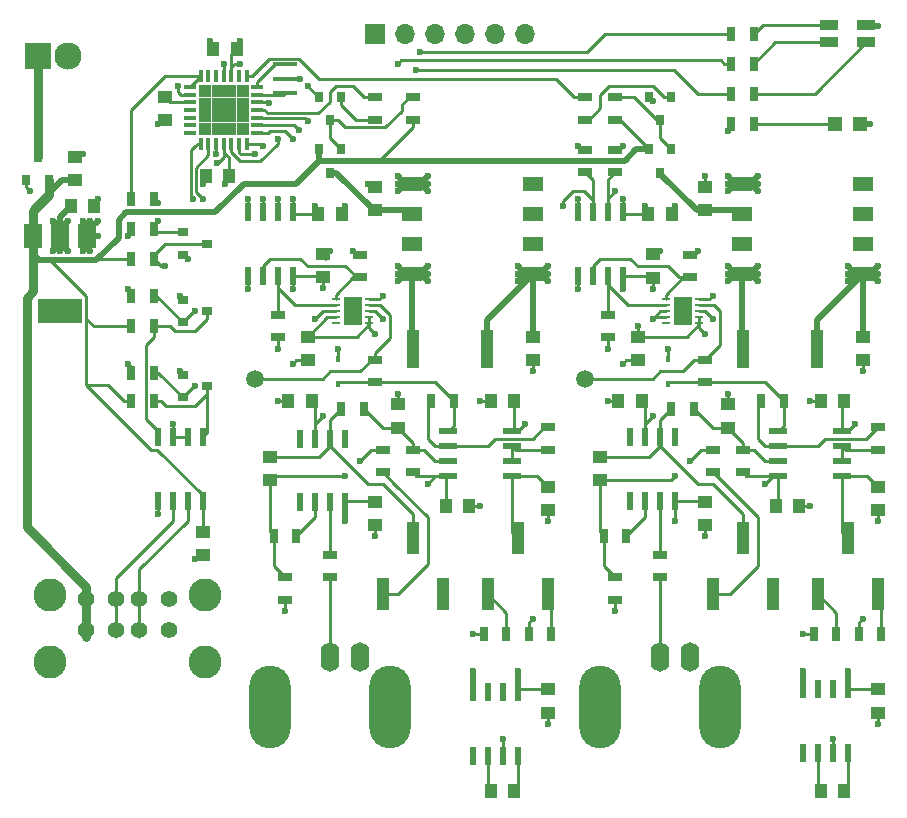
<source format=gtl>
G04 #@! TF.FileFunction,Copper,L1,Top,Signal*
%FSLAX46Y46*%
G04 Gerber Fmt 4.6, Leading zero omitted, Abs format (unit mm)*
G04 Created by KiCad (PCBNEW 4.0.7) date Sun Nov 26 02:27:56 2017*
%MOMM*%
%LPD*%
G01*
G04 APERTURE LIST*
%ADD10C,0.127000*%
%ADD11R,0.800000X0.900000*%
%ADD12R,1.250000X1.000000*%
%ADD13R,0.450000X0.590000*%
%ADD14R,1.000000X1.250000*%
%ADD15R,1.198880X1.198880*%
%ADD16R,1.300000X0.700000*%
%ADD17R,0.700000X1.300000*%
%ADD18R,0.600000X1.550000*%
%ADD19R,1.550000X0.600000*%
%ADD20R,1.500000X0.900000*%
%ADD21R,1.000000X0.370000*%
%ADD22R,0.370000X1.000000*%
%ADD23R,1.062500X1.062500*%
%ADD24R,1.700000X1.700000*%
%ADD25O,1.700000X1.700000*%
%ADD26C,1.420000*%
%ADD27C,2.800000*%
%ADD28R,2.300000X2.300000*%
%ADD29C,2.300000*%
%ADD30O,3.500120X7.000240*%
%ADD31O,1.600200X2.499360*%
%ADD32R,1.800000X1.200000*%
%ADD33R,0.900000X0.800000*%
%ADD34R,1.000000X3.200000*%
%ADD35R,1.016000X2.794000*%
%ADD36C,1.500000*%
%ADD37R,3.800000X2.000000*%
%ADD38R,1.500000X2.000000*%
%ADD39R,0.700000X0.250000*%
%ADD40R,1.650000X2.380000*%
%ADD41R,2.000000X0.400000*%
%ADD42C,0.600000*%
%ADD43C,0.254000*%
%ADD44C,0.508000*%
%ADD45C,0.762000*%
G04 APERTURE END LIST*
D10*
D11*
X30795000Y61960000D03*
X28895000Y61960000D03*
X29845000Y59960000D03*
D12*
X8255000Y54880000D03*
X8255000Y56880000D03*
D13*
X30480000Y37680000D03*
X30480000Y39790000D03*
D14*
X21955000Y66040000D03*
X19955000Y66040000D03*
D12*
X15875000Y61960000D03*
X15875000Y59960000D03*
D14*
X7890000Y52705000D03*
X9890000Y52705000D03*
D12*
X19050000Y25130000D03*
X19050000Y23130000D03*
D14*
X28305000Y36195000D03*
X26305000Y36195000D03*
D12*
X24765000Y29480000D03*
X24765000Y31480000D03*
X33655000Y25670000D03*
X33655000Y27670000D03*
D14*
X45450000Y36195000D03*
X43450000Y36195000D03*
D12*
X35560000Y33925000D03*
X35560000Y35925000D03*
D14*
X41640000Y27305000D03*
X39640000Y27305000D03*
D12*
X48260000Y26940000D03*
X48260000Y28940000D03*
X27940000Y41640000D03*
X27940000Y39640000D03*
X29210000Y46675000D03*
X29210000Y48675000D03*
D14*
X28845000Y52070000D03*
X30845000Y52070000D03*
X43450000Y3175000D03*
X45450000Y3175000D03*
D12*
X33655000Y52340000D03*
X33655000Y54340000D03*
X46990000Y41640000D03*
X46990000Y39640000D03*
X48260000Y9795000D03*
X48260000Y11795000D03*
D14*
X56245000Y36195000D03*
X54245000Y36195000D03*
D12*
X52705000Y29480000D03*
X52705000Y31480000D03*
X61595000Y25670000D03*
X61595000Y27670000D03*
D14*
X73390000Y36195000D03*
X71390000Y36195000D03*
D12*
X63500000Y33925000D03*
X63500000Y35925000D03*
D14*
X69580000Y27305000D03*
X67580000Y27305000D03*
D12*
X76200000Y26940000D03*
X76200000Y28940000D03*
X55880000Y41640000D03*
X55880000Y39640000D03*
X57150000Y46625000D03*
X57150000Y48625000D03*
D14*
X56785000Y52070000D03*
X58785000Y52070000D03*
X71390000Y3175000D03*
X73390000Y3175000D03*
D15*
X72610980Y59690000D03*
X74709020Y59690000D03*
D16*
X53975000Y57465000D03*
X53975000Y55565000D03*
X51435000Y57465000D03*
X51435000Y55565000D03*
D17*
X65720000Y64770000D03*
X63820000Y64770000D03*
X65720000Y62230000D03*
X63820000Y62230000D03*
X65720000Y67310000D03*
X63820000Y67310000D03*
X14920000Y53340000D03*
X13020000Y53340000D03*
X14920000Y50800000D03*
X13020000Y50800000D03*
X13020000Y48260000D03*
X14920000Y48260000D03*
X13020000Y45085000D03*
X14920000Y45085000D03*
X13020000Y42545000D03*
X14920000Y42545000D03*
X13020000Y36195000D03*
X14920000Y36195000D03*
X63820000Y59690000D03*
X65720000Y59690000D03*
D16*
X29845000Y21275000D03*
X29845000Y23175000D03*
D17*
X26985000Y24765000D03*
X25085000Y24765000D03*
D16*
X26035000Y21270000D03*
X26035000Y19370000D03*
X34290000Y32065000D03*
X34290000Y30165000D03*
D17*
X30800000Y35560000D03*
X32700000Y35560000D03*
D16*
X36830000Y32065000D03*
X36830000Y30165000D03*
X48260000Y33970000D03*
X48260000Y32070000D03*
D17*
X38420000Y36195000D03*
X40320000Y36195000D03*
D16*
X33655000Y37785000D03*
X33655000Y39685000D03*
D17*
X46675000Y16510000D03*
X48575000Y16510000D03*
D16*
X32385000Y48575000D03*
X32385000Y46675000D03*
X25400000Y41595000D03*
X25400000Y43495000D03*
X57785000Y21275000D03*
X57785000Y23175000D03*
D17*
X54925000Y24765000D03*
X53025000Y24765000D03*
D16*
X53975000Y21270000D03*
X53975000Y19370000D03*
X62230000Y32065000D03*
X62230000Y30165000D03*
D17*
X58740000Y35560000D03*
X60640000Y35560000D03*
D16*
X64770000Y32065000D03*
X64770000Y30165000D03*
X76200000Y33970000D03*
X76200000Y32070000D03*
D18*
X19050000Y33180000D03*
X17780000Y33180000D03*
X16510000Y33180000D03*
X15240000Y33180000D03*
X15240000Y27780000D03*
X16510000Y27780000D03*
X17780000Y27780000D03*
X19050000Y27780000D03*
X27305000Y27620000D03*
X28575000Y27620000D03*
X29845000Y27620000D03*
X31115000Y27620000D03*
X31115000Y33020000D03*
X29845000Y33020000D03*
X28575000Y33020000D03*
X27305000Y33020000D03*
D19*
X39845000Y33655000D03*
X39845000Y32385000D03*
X39845000Y31115000D03*
X39845000Y29845000D03*
X45245000Y29845000D03*
X45245000Y31115000D03*
X45245000Y32385000D03*
X45245000Y33655000D03*
D18*
X26670000Y52230000D03*
X25400000Y52230000D03*
X24130000Y52230000D03*
X22860000Y52230000D03*
X22860000Y46830000D03*
X24130000Y46830000D03*
X25400000Y46830000D03*
X26670000Y46830000D03*
X41910000Y6190000D03*
X43180000Y6190000D03*
X44450000Y6190000D03*
X45720000Y6190000D03*
X45720000Y11590000D03*
X44450000Y11590000D03*
X43180000Y11590000D03*
X41910000Y11590000D03*
X55245000Y27780000D03*
X56515000Y27780000D03*
X57785000Y27780000D03*
X59055000Y27780000D03*
X59055000Y33180000D03*
X57785000Y33180000D03*
X56515000Y33180000D03*
X55245000Y33180000D03*
D19*
X67785000Y33655000D03*
X67785000Y32385000D03*
X67785000Y31115000D03*
X67785000Y29845000D03*
X73185000Y29845000D03*
X73185000Y31115000D03*
X73185000Y32385000D03*
X73185000Y33655000D03*
D18*
X54610000Y52230000D03*
X53340000Y52230000D03*
X52070000Y52230000D03*
X50800000Y52230000D03*
X50800000Y46830000D03*
X52070000Y46830000D03*
X53340000Y46830000D03*
X54610000Y46830000D03*
D13*
X58420000Y37680000D03*
X58420000Y39790000D03*
D14*
X21320000Y55245000D03*
X19320000Y55245000D03*
D12*
X61595000Y52340000D03*
X61595000Y54340000D03*
X74930000Y41640000D03*
X74930000Y39640000D03*
X76200000Y9795000D03*
X76200000Y11795000D03*
D20*
X75210000Y66560000D03*
X75210000Y68060000D03*
X72110000Y68060000D03*
X72110000Y66560000D03*
D21*
X23701250Y58906250D03*
X23701250Y59556250D03*
X23701250Y60206250D03*
X23701250Y60856250D03*
X23701250Y61506250D03*
X23701250Y62156250D03*
X23701250Y62806250D03*
D22*
X22801250Y63706250D03*
X22151250Y63706250D03*
X21501250Y63706250D03*
X20851250Y63706250D03*
X20201250Y63706250D03*
X19551250Y63706250D03*
X18901250Y63706250D03*
D21*
X18001250Y62806250D03*
X18001250Y62156250D03*
X18001250Y61506250D03*
X18001250Y60856250D03*
X18001250Y60206250D03*
X18001250Y59556250D03*
X18001250Y58906250D03*
D22*
X18901250Y58006250D03*
X19551250Y58006250D03*
X20201250Y58006250D03*
X20851250Y58006250D03*
X21501250Y58006250D03*
X22151250Y58006250D03*
X22801250Y58006250D03*
D23*
X19257500Y62450000D03*
X19257500Y61387500D03*
X19257500Y60325000D03*
X19257500Y59262500D03*
X20320000Y62450000D03*
X20320000Y61387500D03*
X20320000Y60325000D03*
X20320000Y59262500D03*
X21382500Y62450000D03*
X21382500Y61387500D03*
X21382500Y60325000D03*
X21382500Y59262500D03*
X22445000Y62450000D03*
X22445000Y61387500D03*
X22445000Y60325000D03*
X22445000Y59262500D03*
D24*
X33655000Y67310000D03*
D25*
X36195000Y67310000D03*
X38735000Y67310000D03*
X41275000Y67310000D03*
X43815000Y67310000D03*
X46355000Y67310000D03*
D26*
X9200000Y19440005D03*
X11700000Y19440005D03*
X13700000Y19440005D03*
X16200000Y19440005D03*
X9200000Y16820005D03*
X11700000Y16820005D03*
X13700000Y16820005D03*
X16200000Y16820005D03*
D27*
X19270000Y14110005D03*
X19270000Y19790005D03*
X6130000Y19790005D03*
X6130000Y14110005D03*
D28*
X5080000Y65405000D03*
D29*
X7620000Y65405000D03*
D30*
X34942780Y10261600D03*
X24744680Y10261600D03*
D31*
X29845000Y14526260D03*
X32344360Y14526260D03*
D30*
X62882780Y10261600D03*
X52684680Y10261600D03*
D31*
X57785000Y14526260D03*
X60284360Y14526260D03*
D32*
X36810000Y54610000D03*
X36810000Y52070000D03*
X36810000Y49530000D03*
X36810000Y46990000D03*
X47010000Y46990000D03*
X47010000Y49530000D03*
X47010000Y52070000D03*
X47010000Y54610000D03*
X64750000Y54610000D03*
X64750000Y52070000D03*
X64750000Y49530000D03*
X64750000Y46990000D03*
X74950000Y46990000D03*
X74950000Y49530000D03*
X74950000Y52070000D03*
X74950000Y54610000D03*
D33*
X17415000Y50480000D03*
X17415000Y48580000D03*
X19415000Y49530000D03*
X17415000Y44765000D03*
X17415000Y42865000D03*
X19415000Y43815000D03*
X17415000Y38415000D03*
X17415000Y36515000D03*
X19415000Y37465000D03*
D11*
X4130000Y54880000D03*
X6030000Y54880000D03*
X5080000Y56880000D03*
D17*
X13020000Y38608000D03*
X14920000Y38608000D03*
X44765000Y16510000D03*
X42865000Y16510000D03*
D34*
X43105000Y40640000D03*
X36905000Y40640000D03*
D17*
X66360000Y36195000D03*
X68260000Y36195000D03*
D16*
X61595000Y37785000D03*
X61595000Y39685000D03*
D17*
X74615000Y16510000D03*
X76515000Y16510000D03*
X72705000Y16510000D03*
X70805000Y16510000D03*
D16*
X60325000Y48575000D03*
X60325000Y46675000D03*
X53340000Y41595000D03*
X53340000Y43495000D03*
D34*
X71045000Y40640000D03*
X64845000Y40640000D03*
D35*
X34290000Y19875500D03*
X36830000Y24574500D03*
X39370000Y19875500D03*
X43180000Y19875500D03*
X45720000Y24574500D03*
X48260000Y19875500D03*
X62230000Y19875500D03*
X64770000Y24574500D03*
X67310000Y19875500D03*
X71120000Y19875500D03*
X73660000Y24574500D03*
X76200000Y19875500D03*
D36*
X23495000Y38100000D03*
X51435000Y38100000D03*
D37*
X6985000Y43840000D03*
D38*
X6985000Y50140000D03*
X4685000Y50140000D03*
X9285000Y50140000D03*
D39*
X33175000Y42815000D03*
X33175000Y43315000D03*
X33175000Y43815000D03*
X33175000Y44315000D03*
X33175000Y44815000D03*
X30325000Y44815000D03*
X30325000Y44315000D03*
X30325000Y43815000D03*
X30325000Y43315000D03*
X30325000Y42815000D03*
D40*
X31750000Y43815000D03*
D39*
X61115000Y42815000D03*
X61115000Y43315000D03*
X61115000Y43815000D03*
X61115000Y44315000D03*
X61115000Y44815000D03*
X58265000Y44815000D03*
X58265000Y44315000D03*
X58265000Y43815000D03*
X58265000Y43315000D03*
X58265000Y42815000D03*
D40*
X59690000Y43815000D03*
D18*
X69850000Y6444000D03*
X71120000Y6444000D03*
X72390000Y6444000D03*
X73660000Y6444000D03*
X73660000Y11844000D03*
X72390000Y11844000D03*
X71120000Y11844000D03*
X69850000Y11844000D03*
D41*
X26035000Y63500000D03*
X26035000Y62300000D03*
X26035000Y64700000D03*
D11*
X58735000Y61960000D03*
X56835000Y61960000D03*
X57785000Y59960000D03*
X30795000Y57515000D03*
X28895000Y57515000D03*
X29845000Y55515000D03*
X58735000Y57515000D03*
X56835000Y57515000D03*
X57785000Y55515000D03*
D16*
X33655000Y60010000D03*
X33655000Y61910000D03*
X51435000Y60010000D03*
X51435000Y61910000D03*
X36830000Y60010000D03*
X36830000Y61910000D03*
X53975000Y60010000D03*
X53975000Y61910000D03*
D42*
X24638000Y61468000D03*
X27940000Y62865000D03*
X57150000Y61595000D03*
X27305000Y63500000D03*
X19050000Y54610000D03*
X15240000Y59690000D03*
X8890000Y57150000D03*
X10160000Y50165000D03*
X9525000Y48895000D03*
X8890000Y48895000D03*
X8890000Y51435000D03*
X9525000Y51435000D03*
X10160000Y51435000D03*
X10160000Y53340000D03*
X17780000Y48260000D03*
X4445000Y53975000D03*
X18415000Y22860000D03*
X12700000Y50165000D03*
X33020000Y54610000D03*
X31115000Y52705000D03*
X59055000Y52705000D03*
X20221050Y57128767D03*
X19685000Y66675000D03*
X35560000Y53975000D03*
X35560000Y55245000D03*
X38100000Y53975000D03*
X38100000Y55245000D03*
X63500000Y53975000D03*
X63500000Y55245000D03*
X66040000Y53975000D03*
X66040000Y55245000D03*
X50800000Y53340000D03*
X15240000Y26670000D03*
X38100000Y54610000D03*
X35560000Y54610000D03*
X66040000Y54610000D03*
X63500000Y54610000D03*
X22860000Y53340000D03*
X61595000Y55245000D03*
X75565000Y59690000D03*
X41910000Y16510000D03*
X35560000Y36830000D03*
X38100000Y29210000D03*
X45720000Y13335000D03*
X31115000Y26035000D03*
X48260000Y46355000D03*
X45720000Y46355000D03*
X48260000Y47625000D03*
X45720000Y47625000D03*
X26670000Y45720000D03*
X29273438Y45783438D03*
X31750000Y48895000D03*
X25400000Y40640000D03*
X48260000Y46990000D03*
X45720000Y46990000D03*
X41910000Y13335000D03*
X33655000Y41910000D03*
X29210000Y34925000D03*
X46355000Y34290000D03*
X38100000Y46355000D03*
X35560000Y46355000D03*
X35560000Y47625000D03*
X38100000Y47625000D03*
X29845000Y48895000D03*
X22860000Y45720000D03*
X46990000Y17780000D03*
X26035000Y18415000D03*
X46990000Y38735000D03*
X33655000Y24765000D03*
X28575000Y43180000D03*
X38100000Y46990000D03*
X35560000Y46990000D03*
X34290000Y43180000D03*
X34290000Y45085000D03*
X42545000Y36195000D03*
X26670000Y39370000D03*
X48260000Y8890000D03*
X42545000Y27305000D03*
X48260000Y26035000D03*
X25400000Y36195000D03*
X30480000Y40640000D03*
X44450000Y7620000D03*
X73660000Y46355000D03*
X73660000Y47625000D03*
X76200000Y46355000D03*
X76200000Y47625000D03*
X57150000Y45720000D03*
X60960000Y48895000D03*
X55880000Y42545000D03*
X69850000Y13335000D03*
X53340000Y40640000D03*
X61595000Y41910000D03*
X76200000Y46990000D03*
X73660000Y46990000D03*
X54610000Y45720000D03*
X57150000Y34925000D03*
X74295000Y34290000D03*
X63500000Y46355000D03*
X63500000Y47625000D03*
X66040000Y46355000D03*
X66040000Y47625000D03*
X57785000Y48895000D03*
X50800000Y45720000D03*
X74930000Y17780000D03*
X76200000Y8890000D03*
X72390000Y7620000D03*
X61595000Y24765000D03*
X53340000Y36195000D03*
X54610000Y39370000D03*
X66040000Y46990000D03*
X63500000Y46990000D03*
X62230000Y43180000D03*
X62230000Y45085000D03*
X57150000Y43180000D03*
X70485000Y36195000D03*
X74930000Y38735000D03*
X70485000Y27305000D03*
X76200000Y26035000D03*
X53975000Y18415000D03*
X58420000Y40640000D03*
X73660000Y13335000D03*
X69850000Y16510000D03*
X63500000Y36830000D03*
X59055000Y26035000D03*
X66675000Y29210000D03*
X25400000Y58424800D03*
X23495000Y57150000D03*
X24130000Y57785000D03*
X20259030Y56377325D03*
X20955000Y54610000D03*
X63500000Y59055000D03*
X12700000Y45720000D03*
X17145000Y45085000D03*
X12700000Y39370000D03*
X17145000Y38735000D03*
X28575000Y52705000D03*
X56515000Y52705000D03*
X50800000Y57785000D03*
X54610000Y57785000D03*
X22225000Y66675000D03*
X22225000Y64770000D03*
X7620000Y48895000D03*
X6985000Y48895000D03*
X6350000Y48895000D03*
X6350000Y51435000D03*
X6985000Y51435000D03*
X7620000Y51435000D03*
X76200000Y67945000D03*
X26670000Y53340000D03*
X54610000Y53340000D03*
X32385000Y31115000D03*
X31115000Y29845000D03*
X60325000Y31115000D03*
X59055000Y29845000D03*
X27940000Y59944000D03*
X37440652Y65719128D03*
X35560000Y64770000D03*
X27178000Y59182000D03*
X37084000Y64262000D03*
X26670000Y58420000D03*
X53975000Y53975000D03*
X25400000Y53340000D03*
X20871050Y64771105D03*
X49530000Y52705000D03*
X24130000Y53340000D03*
X16998048Y62865000D03*
X18264100Y53306503D03*
X18415000Y43815000D03*
X19050000Y53340000D03*
X18415000Y37465000D03*
X15240000Y52949401D03*
X15240000Y51435000D03*
X15875000Y47625000D03*
X16510000Y34290000D03*
D43*
X56835000Y57515000D02*
X56835000Y57565000D01*
X56835000Y57565000D02*
X54390000Y60010000D01*
X54390000Y60010000D02*
X53975000Y60010000D01*
D44*
X54798522Y56557000D02*
X33655000Y56557000D01*
X33655000Y56557000D02*
X28895000Y56557000D01*
D43*
X36830000Y60010000D02*
X36830000Y59406000D01*
X36830000Y59406000D02*
X33981000Y56557000D01*
X33981000Y56557000D02*
X33655000Y56557000D01*
D44*
X56835000Y57515000D02*
X55756522Y57515000D01*
X55756522Y57515000D02*
X54798522Y56557000D01*
X28895000Y57515000D02*
X28895000Y56557000D01*
X4685000Y48632000D02*
X4685000Y50140000D01*
X28895000Y56557000D02*
X26948000Y54610000D01*
X26948000Y54610000D02*
X22541522Y54610000D01*
X22541522Y54610000D02*
X20123723Y52192201D01*
X20123723Y52192201D02*
X12589239Y52192201D01*
X12589239Y52192201D02*
X11942799Y51545761D01*
X11942799Y51545761D02*
X11942799Y50042799D01*
X11942799Y50042799D02*
X10037799Y48137799D01*
X10037799Y48137799D02*
X5179201Y48137799D01*
X5179201Y48137799D02*
X4685000Y48632000D01*
X8255000Y54880000D02*
X7122000Y54880000D01*
X7122000Y54880000D02*
X4685000Y52443000D01*
X4685000Y52443000D02*
X4685000Y51648000D01*
X4685000Y51648000D02*
X4685000Y50140000D01*
D43*
X9215201Y37535437D02*
X9215201Y43180000D01*
X9215201Y43180000D02*
X9215201Y45104161D01*
X13020000Y42545000D02*
X9850201Y42545000D01*
X9850201Y42545000D02*
X9215201Y43180000D01*
X13020000Y36195000D02*
X12416000Y36195000D01*
X12416000Y36195000D02*
X11075563Y37535437D01*
X11075563Y37535437D02*
X9215201Y37535437D01*
X13020000Y48260000D02*
X5715000Y48260000D01*
X5715000Y48260000D02*
X5311000Y48260000D01*
X19050000Y27780000D02*
X19050000Y28255000D01*
X19050000Y28255000D02*
X15230201Y32074799D01*
X15230201Y32074799D02*
X14675839Y32074799D01*
X14675839Y32074799D02*
X9215201Y37535437D01*
X9215201Y45104161D02*
X6059362Y48260000D01*
X6059362Y48260000D02*
X5715000Y48260000D01*
D44*
X4685000Y50140000D02*
X4685000Y50890658D01*
D43*
X5311000Y48260000D02*
X4685000Y48886000D01*
X4685000Y48886000D02*
X4685000Y50140000D01*
D44*
X4685000Y50140000D02*
X4685000Y50390000D01*
D45*
X4685000Y50140000D02*
X4685000Y45491562D01*
X9200000Y20444096D02*
X9200000Y19440005D01*
X4685000Y45491562D02*
X4145799Y44952361D01*
X4145799Y44952361D02*
X4145799Y25498297D01*
X4145799Y25498297D02*
X9200000Y20444096D01*
X4685000Y50140000D02*
X4685000Y52310000D01*
X4685000Y52310000D02*
X6030000Y53655000D01*
X6030000Y53655000D02*
X6030000Y54880000D01*
X9200000Y16185005D02*
X9200000Y18805005D01*
D43*
X19050000Y25130000D02*
X19050000Y27780000D01*
X24551037Y61506250D02*
X24599750Y61506250D01*
X24599750Y61506250D02*
X24638000Y61468000D01*
X28895000Y61960000D02*
X28845000Y61960000D01*
X28845000Y61960000D02*
X27940000Y62865000D01*
X56835000Y61960000D02*
X56835000Y61910000D01*
X56835000Y61910000D02*
X57150000Y61595000D01*
X26035000Y63500000D02*
X27305000Y63500000D01*
X23701250Y61506250D02*
X24551037Y61506250D01*
X19320000Y55245000D02*
X19320000Y54880000D01*
X19320000Y54880000D02*
X19050000Y54610000D01*
X15875000Y59960000D02*
X15510000Y59960000D01*
X15510000Y59960000D02*
X15240000Y59690000D01*
X8255000Y56880000D02*
X8620000Y56880000D01*
X8620000Y56880000D02*
X8890000Y57150000D01*
D44*
X9285000Y50140000D02*
X10135000Y50140000D01*
X10135000Y50140000D02*
X10160000Y50165000D01*
X9285000Y50140000D02*
X9285000Y49135000D01*
X9285000Y49135000D02*
X9525000Y48895000D01*
X9285000Y50140000D02*
X9285000Y49290000D01*
X9285000Y49290000D02*
X8890000Y48895000D01*
X9285000Y50140000D02*
X9285000Y51040000D01*
X9285000Y51040000D02*
X8890000Y51435000D01*
X9285000Y50140000D02*
X9285000Y51195000D01*
X9285000Y51195000D02*
X9525000Y51435000D01*
X9285000Y50140000D02*
X9285000Y50560000D01*
X9285000Y50560000D02*
X10160000Y51435000D01*
D43*
X9890000Y52705000D02*
X9890000Y53070000D01*
X9890000Y53070000D02*
X10160000Y53340000D01*
X17415000Y48580000D02*
X17460000Y48580000D01*
X17460000Y48580000D02*
X17780000Y48260000D01*
X4130000Y54880000D02*
X4130000Y54290000D01*
X4130000Y54290000D02*
X4445000Y53975000D01*
X19050000Y23130000D02*
X18685000Y23130000D01*
X18685000Y23130000D02*
X18415000Y22860000D01*
X13020000Y50800000D02*
X13020000Y50485000D01*
X13020000Y50485000D02*
X12700000Y50165000D01*
X33655000Y54340000D02*
X33290000Y54340000D01*
X33290000Y54340000D02*
X33020000Y54610000D01*
X30845000Y52070000D02*
X30845000Y52435000D01*
X30845000Y52435000D02*
X31115000Y52705000D01*
X58785000Y52070000D02*
X58785000Y52435000D01*
X58785000Y52435000D02*
X59055000Y52705000D01*
X20201250Y58006250D02*
X20201250Y57148567D01*
X20201250Y57148567D02*
X20221050Y57128767D01*
X19955000Y66040000D02*
X19955000Y66405000D01*
X19955000Y66405000D02*
X19685000Y66675000D01*
X23701250Y61506250D02*
X24218750Y61506250D01*
D44*
X36195000Y54610000D02*
X35560000Y53975000D01*
X36810000Y54610000D02*
X36195000Y54610000D01*
X36195000Y54610000D02*
X35560000Y55245000D01*
X37465000Y54610000D02*
X38100000Y53975000D01*
X36810000Y54610000D02*
X37465000Y54610000D01*
X37465000Y54610000D02*
X38100000Y55245000D01*
X64135000Y54610000D02*
X63500000Y53975000D01*
X64750000Y54610000D02*
X64135000Y54610000D01*
X64135000Y54610000D02*
X63500000Y55245000D01*
X65405000Y54610000D02*
X66040000Y53975000D01*
X64750000Y54610000D02*
X65405000Y54610000D01*
X65405000Y54610000D02*
X66040000Y55245000D01*
D43*
X50800000Y52390000D02*
X50800000Y53340000D01*
X15240000Y27780000D02*
X15240000Y26670000D01*
X36810000Y54610000D02*
X38100000Y54610000D01*
X36810000Y54610000D02*
X35560000Y54610000D01*
X64750000Y54610000D02*
X66040000Y54610000D01*
X64750000Y54610000D02*
X63500000Y54610000D01*
X22860000Y52230000D02*
X22860000Y53340000D01*
X33655000Y54340000D02*
X33385000Y54610000D01*
X61595000Y54340000D02*
X61595000Y55245000D01*
X74709020Y59690000D02*
X75565000Y59690000D01*
X42865000Y16510000D02*
X41910000Y16510000D01*
X39640000Y27305000D02*
X39640000Y29640000D01*
X35560000Y35925000D02*
X35560000Y36830000D01*
X39640000Y29640000D02*
X39845000Y29845000D01*
X39845000Y29845000D02*
X38735000Y29845000D01*
X38735000Y29845000D02*
X38100000Y29210000D01*
X39640000Y29640000D02*
X39845000Y29845000D01*
X39640000Y29640000D02*
X39845000Y29845000D01*
D44*
X45720000Y11590000D02*
X45720000Y13335000D01*
D43*
X33655000Y27670000D02*
X33545000Y27780000D01*
X45720000Y11590000D02*
X45925000Y11795000D01*
X45925000Y11795000D02*
X48260000Y11795000D01*
D44*
X31115000Y26035000D02*
X31115000Y27780000D01*
D43*
X33545000Y27780000D02*
X31115000Y27780000D01*
X39845000Y29845000D02*
X37150000Y29845000D01*
X37150000Y29845000D02*
X36830000Y30165000D01*
D44*
X47625000Y46990000D02*
X48260000Y46355000D01*
X46355000Y46990000D02*
X45720000Y46355000D01*
X47010000Y46990000D02*
X47625000Y46990000D01*
X47625000Y46990000D02*
X48260000Y47625000D01*
X47010000Y46990000D02*
X46355000Y46990000D01*
X46355000Y46990000D02*
X45720000Y47625000D01*
D43*
X26670000Y46830000D02*
X29055000Y46830000D01*
X29055000Y46830000D02*
X29210000Y46675000D01*
X26670000Y46830000D02*
X26670000Y45720000D01*
X29210000Y46675000D02*
X29210000Y45846876D01*
X29210000Y45846876D02*
X29273438Y45783438D01*
X32385000Y48575000D02*
X32070000Y48575000D01*
X32070000Y48575000D02*
X31750000Y48895000D01*
X25400000Y41595000D02*
X25400000Y40640000D01*
D44*
X47010000Y46990000D02*
X47010000Y46970000D01*
X47010000Y46990000D02*
X48260000Y46990000D01*
X47010000Y46990000D02*
X45720000Y46990000D01*
X41910000Y11590000D02*
X41910000Y13335000D01*
D43*
X33175000Y42815000D02*
X33175000Y42390000D01*
X33175000Y42390000D02*
X33655000Y41910000D01*
X45450000Y45430000D02*
X47010000Y46990000D01*
X27940000Y41640000D02*
X32115000Y41640000D01*
X32115000Y41640000D02*
X33175000Y42700000D01*
X33175000Y42700000D02*
X33175000Y42815000D01*
X33175000Y43315000D02*
X33175000Y42815000D01*
X30325000Y43315000D02*
X29615000Y43315000D01*
X29615000Y43315000D02*
X27940000Y41640000D01*
D44*
X46990000Y46970000D02*
X47010000Y46990000D01*
X43105000Y40640000D02*
X43105000Y43085000D01*
X43105000Y43085000D02*
X47010000Y46990000D01*
X46990000Y41640000D02*
X46990000Y46970000D01*
D43*
X28575000Y33180000D02*
X28575000Y35925000D01*
X28575000Y35925000D02*
X28305000Y36195000D01*
X28575000Y33180000D02*
X28575000Y34290000D01*
X28575000Y34290000D02*
X29210000Y34925000D01*
X45245000Y33655000D02*
X45720000Y33655000D01*
X45720000Y33655000D02*
X46355000Y34290000D01*
X45245000Y33655000D02*
X45450000Y33860000D01*
X45450000Y33860000D02*
X45450000Y36195000D01*
D44*
X37465000Y46990000D02*
X38100000Y46355000D01*
X36195000Y46990000D02*
X35560000Y46355000D01*
X36810000Y46990000D02*
X36195000Y46990000D01*
X36195000Y46990000D02*
X35560000Y47625000D01*
X36810000Y46990000D02*
X37465000Y46990000D01*
X37465000Y46990000D02*
X38100000Y47625000D01*
D43*
X29210000Y48675000D02*
X29625000Y48675000D01*
X29625000Y48675000D02*
X29845000Y48895000D01*
X22860000Y46830000D02*
X22860000Y45720000D01*
X46675000Y16510000D02*
X46675000Y17465000D01*
X46675000Y17465000D02*
X46990000Y17780000D01*
X26035000Y19370000D02*
X26035000Y18415000D01*
X46990000Y39640000D02*
X46990000Y38735000D01*
X33655000Y25670000D02*
X33655000Y24765000D01*
X30325000Y43815000D02*
X29210000Y43815000D01*
X29210000Y43815000D02*
X28575000Y43180000D01*
D44*
X36810000Y46990000D02*
X36830000Y46990000D01*
X36810000Y46990000D02*
X38100000Y46990000D01*
D43*
X36810000Y46990000D02*
X35560000Y46990000D01*
X33175000Y43815000D02*
X33655000Y43815000D01*
X33655000Y43815000D02*
X34290000Y43180000D01*
X33175000Y44815000D02*
X34020000Y44815000D01*
X34020000Y44815000D02*
X34290000Y45085000D01*
X43450000Y36195000D02*
X42545000Y36195000D01*
X27940000Y39640000D02*
X26940000Y39640000D01*
X26940000Y39640000D02*
X26670000Y39370000D01*
X48260000Y9795000D02*
X48260000Y8890000D01*
D44*
X36905000Y40640000D02*
X36810000Y40735000D01*
X36810000Y40735000D02*
X36810000Y46990000D01*
D43*
X41640000Y27305000D02*
X42545000Y27305000D01*
X48260000Y26940000D02*
X48260000Y26035000D01*
X26305000Y36195000D02*
X25400000Y36195000D01*
X29525000Y48260000D02*
X29210000Y48575000D01*
X30480000Y39790000D02*
X30480000Y40640000D01*
X44450000Y6190000D02*
X44450000Y7620000D01*
X43180000Y6190000D02*
X43180000Y3445000D01*
X43180000Y3445000D02*
X43450000Y3175000D01*
X45450000Y3175000D02*
X45720000Y3445000D01*
X45720000Y3445000D02*
X45720000Y6190000D01*
D44*
X74295000Y46990000D02*
X73660000Y46355000D01*
X74950000Y46990000D02*
X74295000Y46990000D01*
X74295000Y46990000D02*
X73660000Y47625000D01*
X75565000Y46990000D02*
X76200000Y46355000D01*
X74950000Y46990000D02*
X75565000Y46990000D01*
X75565000Y46990000D02*
X76200000Y47625000D01*
D43*
X57150000Y46625000D02*
X57150000Y45720000D01*
X60325000Y48575000D02*
X60640000Y48575000D01*
X60640000Y48575000D02*
X60960000Y48895000D01*
X55880000Y41640000D02*
X55880000Y42545000D01*
X54610000Y46830000D02*
X56945000Y46830000D01*
X56945000Y46830000D02*
X57150000Y46625000D01*
D44*
X69850000Y11590000D02*
X69850000Y13335000D01*
D43*
X53340000Y41595000D02*
X53340000Y40640000D01*
X60055000Y41640000D02*
X55880000Y41640000D01*
X61115000Y42815000D02*
X61115000Y42390000D01*
X61115000Y42390000D02*
X61595000Y41910000D01*
D44*
X74950000Y46990000D02*
X74950000Y46970000D01*
X74950000Y46990000D02*
X76200000Y46990000D01*
X74950000Y46990000D02*
X73660000Y46990000D01*
X71045000Y43085000D02*
X74950000Y46990000D01*
D43*
X61115000Y42815000D02*
X61115000Y43315000D01*
X61115000Y42815000D02*
X61115000Y42700000D01*
X61115000Y42700000D02*
X60055000Y41640000D01*
X73185000Y35990000D02*
X73390000Y36195000D01*
D44*
X54610000Y46830000D02*
X54610000Y45720000D01*
X74950000Y46990000D02*
X74950000Y41660000D01*
X74950000Y41660000D02*
X74930000Y41640000D01*
D43*
X56515000Y33180000D02*
X56515000Y35925000D01*
X56515000Y35925000D02*
X56245000Y36195000D01*
X56515000Y33180000D02*
X56515000Y34290000D01*
X56515000Y34290000D02*
X57150000Y34925000D01*
X73185000Y33655000D02*
X73660000Y33655000D01*
X73660000Y33655000D02*
X74295000Y34290000D01*
X73185000Y33655000D02*
X73185000Y35990000D01*
D44*
X71045000Y40640000D02*
X71045000Y43085000D01*
X64135000Y46990000D02*
X63500000Y46355000D01*
X64750000Y46990000D02*
X64135000Y46990000D01*
X64135000Y46990000D02*
X63500000Y47625000D01*
X65405000Y46990000D02*
X66040000Y46355000D01*
X64750000Y46990000D02*
X65405000Y46990000D01*
X65405000Y46990000D02*
X66040000Y47625000D01*
D43*
X56030000Y39790000D02*
X55880000Y39640000D01*
X57150000Y48625000D02*
X57515000Y48625000D01*
X57515000Y48625000D02*
X57785000Y48895000D01*
X50800000Y46830000D02*
X50800000Y45720000D01*
D44*
X64845000Y40640000D02*
X64750000Y40735000D01*
D43*
X74615000Y16510000D02*
X74615000Y17465000D01*
X74615000Y17465000D02*
X74930000Y17780000D01*
X76200000Y9795000D02*
X76200000Y8890000D01*
X72390000Y6190000D02*
X72390000Y7620000D01*
X61595000Y25670000D02*
X61595000Y24765000D01*
X54245000Y36195000D02*
X53340000Y36195000D01*
X55880000Y39640000D02*
X54880000Y39640000D01*
X54880000Y39640000D02*
X54610000Y39370000D01*
D44*
X64750000Y46990000D02*
X64750000Y46375000D01*
X64750000Y46990000D02*
X66040000Y46990000D01*
X64750000Y46990000D02*
X63500000Y46990000D01*
D43*
X61115000Y43815000D02*
X61595000Y43815000D01*
X61595000Y43815000D02*
X62230000Y43180000D01*
X61115000Y44815000D02*
X61960000Y44815000D01*
X61960000Y44815000D02*
X62230000Y45085000D01*
X58265000Y43315000D02*
X57285000Y43315000D01*
X57785000Y43815000D02*
X57150000Y43180000D01*
X57785000Y43815000D02*
X58265000Y43815000D01*
X57285000Y43315000D02*
X57150000Y43180000D01*
X71390000Y36195000D02*
X70485000Y36195000D01*
D44*
X64750000Y40735000D02*
X64750000Y46990000D01*
D43*
X74930000Y39640000D02*
X74930000Y38735000D01*
X69580000Y27305000D02*
X70485000Y27305000D01*
X76200000Y26940000D02*
X76200000Y26035000D01*
X53975000Y19370000D02*
X53975000Y18415000D01*
X58420000Y39790000D02*
X58420000Y40640000D01*
D44*
X73660000Y11590000D02*
X73660000Y13335000D01*
D43*
X73660000Y11590000D02*
X73865000Y11795000D01*
X73865000Y11795000D02*
X76200000Y11795000D01*
X67580000Y27305000D02*
X67785000Y27510000D01*
X67785000Y27510000D02*
X67785000Y29845000D01*
X70805000Y16510000D02*
X69850000Y16510000D01*
X63500000Y35925000D02*
X63500000Y36830000D01*
X59055000Y27780000D02*
X59055000Y26035000D01*
X59055000Y27780000D02*
X61485000Y27780000D01*
X61485000Y27780000D02*
X61595000Y27670000D01*
X67785000Y29845000D02*
X67310000Y29845000D01*
X67310000Y29845000D02*
X66675000Y29210000D01*
X64770000Y30165000D02*
X65090000Y29845000D01*
X65090000Y29845000D02*
X67785000Y29845000D01*
X71390000Y3175000D02*
X71120000Y3445000D01*
X71120000Y3445000D02*
X71120000Y6190000D01*
X73390000Y3175000D02*
X73660000Y3445000D01*
X73660000Y3445000D02*
X73660000Y6190000D01*
X70880000Y62230000D02*
X75210000Y66560000D01*
X65720000Y62230000D02*
X70880000Y62230000D01*
X66470000Y68060000D02*
X72110000Y68060000D01*
X65720000Y67310000D02*
X66470000Y68060000D01*
X67510000Y66560000D02*
X72110000Y66560000D01*
X65720000Y64770000D02*
X67510000Y66560000D01*
X25400000Y58424800D02*
X25400000Y58000536D01*
X25400000Y58000536D02*
X23914464Y56515000D01*
X23914464Y56515000D02*
X22238500Y56515000D01*
X21501250Y58006250D02*
X21501250Y57252250D01*
X21501250Y57252250D02*
X22238500Y56515000D01*
X14920000Y36195000D02*
X15524000Y36195000D01*
X15524000Y36195000D02*
X15934201Y35784799D01*
X15934201Y35784799D02*
X18388799Y35784799D01*
X18388799Y35784799D02*
X19415000Y36811000D01*
X19415000Y36811000D02*
X19415000Y37465000D01*
X19415000Y37465000D02*
X19415000Y33545000D01*
X19415000Y33545000D02*
X19050000Y33180000D01*
X14920000Y42545000D02*
X16290638Y42545000D01*
X19415000Y43161000D02*
X19415000Y43815000D01*
X16290638Y42545000D02*
X16700839Y42134799D01*
X16700839Y42134799D02*
X18388799Y42134799D01*
X18388799Y42134799D02*
X19415000Y43161000D01*
X15240000Y33180000D02*
X15240000Y33655000D01*
X15240000Y33655000D02*
X14239799Y34655201D01*
X14239799Y40960799D02*
X14920000Y41641000D01*
X14239799Y34655201D02*
X14239799Y40960799D01*
X14920000Y41641000D02*
X14920000Y42545000D01*
X22253500Y57150000D02*
X23495000Y57150000D01*
X22151250Y58006250D02*
X22151250Y57252250D01*
X22151250Y57252250D02*
X22253500Y57150000D01*
X22801250Y58006250D02*
X23908750Y58006250D01*
X23908750Y58006250D02*
X24130000Y57785000D01*
D45*
X5080000Y56880000D02*
X5080000Y65405000D01*
D43*
X29845000Y14526260D02*
X29845000Y21275000D01*
X29845000Y38735000D02*
X29210000Y38100000D01*
X29210000Y38100000D02*
X23495000Y38100000D01*
X32405000Y38735000D02*
X29845000Y38735000D01*
X33655000Y39685000D02*
X33355000Y39685000D01*
X33355000Y39685000D02*
X32405000Y38735000D01*
X33655000Y39685000D02*
X33655000Y40289000D01*
X33655000Y40289000D02*
X34920201Y41554201D01*
X34920201Y41554201D02*
X34920201Y43482497D01*
X34920201Y43482497D02*
X34044908Y44357790D01*
X34044908Y44357790D02*
X33217790Y44357790D01*
X33217790Y44357790D02*
X33175000Y44315000D01*
X57785000Y38735000D02*
X59741000Y38735000D01*
X59741000Y38735000D02*
X60691000Y39685000D01*
X60691000Y39685000D02*
X61595000Y39685000D01*
X57150000Y38100000D02*
X57785000Y38735000D01*
X51435000Y38100000D02*
X57150000Y38100000D01*
X62365000Y44315000D02*
X61115000Y44315000D01*
X62865000Y43815000D02*
X62365000Y44315000D01*
X62865000Y40955000D02*
X62865000Y43815000D01*
X61595000Y39685000D02*
X62865000Y40955000D01*
X30325000Y44315000D02*
X26886000Y44315000D01*
X26886000Y44315000D02*
X25400000Y45801000D01*
X25400000Y45801000D02*
X25400000Y46830000D01*
X25400000Y46830000D02*
X25400000Y43495000D01*
X25400000Y43495000D02*
X25535000Y43630000D01*
X73185000Y31115000D02*
X73185000Y32385000D01*
X73185000Y32385000D02*
X73500000Y32070000D01*
X73500000Y32070000D02*
X76200000Y32070000D01*
X23701250Y62156250D02*
X25891250Y62156250D01*
X25891250Y62156250D02*
X26035000Y62300000D01*
X20851250Y58006250D02*
X20851250Y56901453D01*
X20851250Y56901453D02*
X20327122Y56377325D01*
X20327122Y56377325D02*
X20259030Y56377325D01*
X21320000Y55245000D02*
X21320000Y54975000D01*
X21320000Y54975000D02*
X20955000Y54610000D01*
X20851250Y57253750D02*
X21320000Y56785000D01*
X21320000Y56785000D02*
X21320000Y55245000D01*
X63820000Y59690000D02*
X63820000Y59375000D01*
X63820000Y59375000D02*
X63500000Y59055000D01*
D44*
X6985000Y50140000D02*
X6985000Y51800000D01*
X6985000Y51800000D02*
X7890000Y52705000D01*
D43*
X20851250Y58006250D02*
X20851250Y57253750D01*
X13020000Y45085000D02*
X13020000Y45400000D01*
X13020000Y45400000D02*
X12700000Y45720000D01*
X17415000Y44765000D02*
X17415000Y44815000D01*
X17415000Y44815000D02*
X17145000Y45085000D01*
X13020000Y38608000D02*
X13020000Y39050000D01*
X13020000Y39050000D02*
X12700000Y39370000D01*
X17415000Y38415000D02*
X17415000Y38465000D01*
X17415000Y38465000D02*
X17145000Y38735000D01*
X28845000Y52070000D02*
X28845000Y52435000D01*
X28845000Y52435000D02*
X28575000Y52705000D01*
X28845000Y52070000D02*
X26830000Y52070000D01*
X26830000Y52070000D02*
X26670000Y52230000D01*
X56785000Y52070000D02*
X56785000Y52435000D01*
X56785000Y52435000D02*
X56515000Y52705000D01*
X56785000Y52070000D02*
X54770000Y52070000D01*
X54770000Y52070000D02*
X54610000Y52230000D01*
X51435000Y57465000D02*
X51120000Y57465000D01*
X51120000Y57465000D02*
X50800000Y57785000D01*
X53975000Y57465000D02*
X54290000Y57465000D01*
X54290000Y57465000D02*
X54610000Y57785000D01*
X21955000Y66040000D02*
X21955000Y66405000D01*
X21955000Y66405000D02*
X22225000Y66675000D01*
X21501250Y63706250D02*
X21501250Y64460250D01*
X21501250Y64460250D02*
X21811000Y64770000D01*
X21811000Y64770000D02*
X22225000Y64770000D01*
X21501250Y63706250D02*
X21501250Y65586250D01*
X21501250Y65586250D02*
X21955000Y66040000D01*
D44*
X6985000Y49530000D02*
X7620000Y48895000D01*
X6985000Y50140000D02*
X6985000Y48895000D01*
X6985000Y50140000D02*
X6985000Y49530000D01*
X6985000Y49530000D02*
X6350000Y48895000D01*
X6985000Y50800000D02*
X6350000Y51435000D01*
X6985000Y50140000D02*
X6985000Y51435000D01*
X6985000Y50140000D02*
X6985000Y50800000D01*
X6985000Y50800000D02*
X7620000Y51435000D01*
D43*
X75210000Y68060000D02*
X75325000Y67945000D01*
X75325000Y67945000D02*
X76200000Y67945000D01*
X26670000Y52230000D02*
X26670000Y53340000D01*
X54610000Y52230000D02*
X54610000Y53340000D01*
X15875000Y61960000D02*
X16328750Y61506250D01*
X16328750Y61506250D02*
X18001250Y61506250D01*
X34290000Y32065000D02*
X33335000Y32065000D01*
X33335000Y32065000D02*
X32385000Y31115000D01*
X31115000Y29845000D02*
X25130000Y29845000D01*
X24765000Y29480000D02*
X25130000Y29845000D01*
X24765000Y29480000D02*
X24765000Y25085000D01*
X25085000Y22220000D02*
X25085000Y24765000D01*
X24765000Y25085000D02*
X25085000Y24765000D01*
X26035000Y21270000D02*
X25085000Y22220000D01*
X28940000Y31480000D02*
X24765000Y31480000D01*
X29845000Y32385000D02*
X28940000Y31480000D01*
X29845000Y32385000D02*
X30480000Y31750000D01*
X33020000Y29210000D02*
X30480000Y31750000D01*
X36195000Y27305000D02*
X36830000Y26670000D01*
X36195000Y27305000D02*
X34290000Y29210000D01*
X34290000Y29210000D02*
X33020000Y29210000D01*
X36830000Y26670000D02*
X36830000Y24574500D01*
X29845000Y33180000D02*
X29845000Y32385000D01*
X29845000Y33180000D02*
X29845000Y34605000D01*
X29845000Y34605000D02*
X30800000Y35560000D01*
X35560000Y33925000D02*
X34335000Y33925000D01*
X36830000Y32065000D02*
X36830000Y32655000D01*
X36830000Y32655000D02*
X35560000Y33925000D01*
X37785000Y32065000D02*
X36830000Y32065000D01*
X38735000Y31115000D02*
X37785000Y32065000D01*
X34335000Y33925000D02*
X32700000Y35560000D01*
X39845000Y31115000D02*
X38735000Y31115000D01*
X48260000Y28940000D02*
X47355000Y29845000D01*
X45720000Y24574500D02*
X45245000Y25049500D01*
X45245000Y25049500D02*
X45245000Y29845000D01*
X47355000Y29845000D02*
X45245000Y29845000D01*
X61275000Y32065000D02*
X62230000Y32065000D01*
X60325000Y31115000D02*
X61275000Y32065000D01*
X58690000Y29480000D02*
X59055000Y29845000D01*
X52705000Y29480000D02*
X58690000Y29480000D01*
X52705000Y25085000D02*
X52705000Y29480000D01*
X53025000Y24765000D02*
X52705000Y25085000D01*
X53025000Y22220000D02*
X53025000Y24765000D01*
X53975000Y21270000D02*
X53025000Y22220000D01*
X52705000Y31480000D02*
X56880000Y31480000D01*
X56880000Y31480000D02*
X57785000Y32385000D01*
X57785000Y32385000D02*
X60960000Y29210000D01*
X60960000Y29210000D02*
X62230000Y29210000D01*
X62230000Y29210000D02*
X64770000Y26670000D01*
X57785000Y33180000D02*
X57785000Y34605000D01*
X57785000Y33180000D02*
X57785000Y32385000D01*
X64770000Y26670000D02*
X64770000Y24574500D01*
X57785000Y34605000D02*
X58740000Y35560000D01*
X62275000Y33925000D02*
X60640000Y35560000D01*
X63500000Y33925000D02*
X62275000Y33925000D01*
X63500000Y33925000D02*
X64770000Y32655000D01*
X64770000Y32655000D02*
X64770000Y32065000D01*
X64770000Y32065000D02*
X65725000Y32065000D01*
X65725000Y32065000D02*
X66675000Y31115000D01*
X66675000Y31115000D02*
X67785000Y31115000D01*
X75295000Y29845000D02*
X76200000Y28940000D01*
X73660000Y24574500D02*
X73185000Y25049500D01*
X73185000Y25049500D02*
X73185000Y29845000D01*
X73185000Y29845000D02*
X75295000Y29845000D01*
X65720000Y59690000D02*
X72610980Y59690000D01*
X40320000Y34130000D02*
X40320000Y36195000D01*
X38730000Y37785000D02*
X40320000Y36195000D01*
X33655000Y37785000D02*
X30585000Y37785000D01*
X30585000Y37785000D02*
X30480000Y37680000D01*
X33655000Y37785000D02*
X38730000Y37785000D01*
X39845000Y33655000D02*
X40320000Y34130000D01*
X61595000Y37785000D02*
X58525000Y37785000D01*
X58525000Y37785000D02*
X58420000Y37680000D01*
X61490000Y37680000D02*
X61595000Y37785000D01*
X61595000Y37785000D02*
X66670000Y37785000D01*
X66670000Y37785000D02*
X68260000Y36195000D01*
X68260000Y34130000D02*
X68260000Y36195000D01*
X67785000Y33655000D02*
X68260000Y34130000D01*
X23760319Y60147181D02*
X27736819Y60147181D01*
X27736819Y60147181D02*
X27940000Y59944000D01*
X37440652Y65719128D02*
X51564732Y65719128D01*
X51564732Y65719128D02*
X53155604Y67310000D01*
X53155604Y67310000D02*
X63820000Y67310000D01*
X23701250Y60206250D02*
X23760319Y60147181D01*
X35560000Y64770000D02*
X35859999Y65069999D01*
X35859999Y65069999D02*
X62916001Y65069999D01*
X63216000Y64770000D02*
X63820000Y64770000D01*
X62916001Y65069999D02*
X63216000Y64770000D01*
X24892000Y59556250D02*
X26028250Y59556250D01*
X23701250Y59556250D02*
X24892000Y59556250D01*
X26803750Y59556250D02*
X27178000Y59182000D01*
X24892000Y59556250D02*
X26803750Y59556250D01*
X26028250Y59556250D02*
X26035000Y59563000D01*
X63621024Y64968976D02*
X63820000Y64770000D01*
X37372802Y64227198D02*
X37118802Y64227198D01*
X37118802Y64227198D02*
X37084000Y64262000D01*
X37372802Y64227198D02*
X58962802Y64227198D01*
X60960000Y62230000D02*
X63820000Y62230000D01*
X59055000Y64135000D02*
X60960000Y62230000D01*
X58962802Y64227198D02*
X59055000Y64135000D01*
X26035000Y59055000D02*
X26670000Y58420000D01*
X24765000Y59055000D02*
X26035000Y59055000D01*
X24616250Y58906250D02*
X24765000Y59055000D01*
X23701250Y58906250D02*
X24616250Y58906250D01*
X23701250Y62806250D02*
X23701250Y63245250D01*
X25156000Y64700000D02*
X26035000Y64700000D01*
X23701250Y63245250D02*
X25156000Y64700000D01*
X53340000Y53340000D02*
X53340000Y52230000D01*
X53975000Y53975000D02*
X53340000Y53340000D01*
X25400000Y53340000D02*
X25400000Y52230000D01*
X20851250Y63706250D02*
X20851250Y64751305D01*
X20851250Y64751305D02*
X20871050Y64771105D01*
X53340000Y52230000D02*
X53340000Y54930000D01*
X53340000Y54930000D02*
X53975000Y55565000D01*
X13020000Y53340000D02*
X13020000Y60824362D01*
X13020000Y60824362D02*
X15901888Y63706250D01*
X15901888Y63706250D02*
X18901250Y63706250D01*
X18001250Y62806250D02*
X18901250Y63706250D01*
X51354000Y53975000D02*
X50800000Y53975000D01*
X49530000Y52705000D02*
X49530000Y53129264D01*
X49530000Y53129264D02*
X50375736Y53975000D01*
X50375736Y53975000D02*
X50800000Y53975000D01*
X52070000Y52230000D02*
X52070000Y53259000D01*
X52070000Y53259000D02*
X51354000Y53975000D01*
X52070000Y52230000D02*
X52070000Y53340000D01*
X52070000Y53340000D02*
X52070000Y54930000D01*
X24130000Y53340000D02*
X24130000Y52230000D01*
X18001250Y62156250D02*
X17247250Y62156250D01*
X17247250Y62156250D02*
X16998048Y62405452D01*
X16998048Y62405452D02*
X16998048Y62865000D01*
X52070000Y54930000D02*
X51435000Y55565000D01*
X18415000Y57785000D02*
X18064190Y57434190D01*
X18064190Y57434190D02*
X18064190Y53506413D01*
X18064190Y53506413D02*
X18264100Y53306503D01*
X18415000Y43815000D02*
X18365000Y43815000D01*
X18365000Y43815000D02*
X17415000Y42865000D01*
X17415000Y42865000D02*
X17365000Y42865000D01*
X17365000Y42865000D02*
X15145000Y45085000D01*
X15145000Y45085000D02*
X14920000Y45085000D01*
X18901250Y58006250D02*
X18636250Y58006250D01*
X18636250Y58006250D02*
X18415000Y57785000D01*
X18470599Y53919401D02*
X19050000Y53340000D01*
X19551250Y57016250D02*
X18470599Y55935599D01*
X18470599Y55935599D02*
X18470599Y53919401D01*
X17415000Y36515000D02*
X17365000Y36515000D01*
X17365000Y36515000D02*
X15272000Y38608000D01*
X15272000Y38608000D02*
X14920000Y38608000D01*
X18415000Y37465000D02*
X18365000Y37465000D01*
X18365000Y37465000D02*
X17415000Y36515000D01*
X19551250Y58006250D02*
X19551250Y57016250D01*
X11700000Y18805005D02*
X11700000Y21225000D01*
X16510000Y26035000D02*
X16510000Y27780000D01*
X11700000Y21225000D02*
X16510000Y26035000D01*
X11700000Y16185005D02*
X11700000Y18805005D01*
X13700000Y18805005D02*
X13700000Y21955000D01*
X17780000Y26035000D02*
X17780000Y27780000D01*
X13700000Y21955000D02*
X17780000Y26035000D01*
X13700000Y18805005D02*
X13700000Y16185005D01*
X57785000Y14526260D02*
X57785000Y21275000D01*
X15240000Y52949401D02*
X15240000Y53020000D01*
X15240000Y53020000D02*
X14920000Y53340000D01*
X17415000Y50480000D02*
X15240000Y50480000D01*
X15240000Y50480000D02*
X14920000Y50800000D01*
X14920000Y50800000D02*
X14920000Y51115000D01*
X14920000Y51115000D02*
X15240000Y51435000D01*
X15875000Y47625000D02*
X15555000Y47625000D01*
X15555000Y47625000D02*
X14920000Y48260000D01*
X16510000Y33180000D02*
X16510000Y34290000D01*
X17780000Y33180000D02*
X16510000Y33180000D01*
X14920000Y48260000D02*
X14920000Y48560000D01*
X14920000Y48560000D02*
X15890000Y49530000D01*
X15890000Y49530000D02*
X18711000Y49530000D01*
X18711000Y49530000D02*
X19415000Y49530000D01*
X29845000Y23175000D02*
X29845000Y27780000D01*
X28575000Y26355000D02*
X26985000Y24765000D01*
X28575000Y27780000D02*
X28575000Y26355000D01*
X35245000Y29210000D02*
X34290000Y30165000D01*
X35245000Y29210000D02*
X38100000Y26355000D01*
X38100000Y26355000D02*
X38100000Y22860000D01*
X38100000Y22415500D02*
X38100000Y22860000D01*
X35560000Y19875500D02*
X38100000Y22415500D01*
X34290000Y19875500D02*
X35560000Y19875500D01*
X38420000Y36195000D02*
X38100000Y35875000D01*
X38100000Y35875000D02*
X38100000Y33020000D01*
X38100000Y33020000D02*
X38735000Y32385000D01*
X46990000Y33020000D02*
X43815000Y33020000D01*
X46990000Y33020000D02*
X47940000Y33970000D01*
X48260000Y33970000D02*
X47940000Y33970000D01*
X43180000Y32385000D02*
X43815000Y33020000D01*
X41275000Y32385000D02*
X43180000Y32385000D01*
X39845000Y32385000D02*
X41275000Y32385000D01*
X38735000Y32385000D02*
X39845000Y32385000D01*
X45560000Y32070000D02*
X48260000Y32070000D01*
X45245000Y32385000D02*
X45560000Y32070000D01*
X45245000Y32385000D02*
X45245000Y31115000D01*
X48260000Y19875500D02*
X48575000Y19560500D01*
X48575000Y19560500D02*
X48575000Y16510000D01*
X44765000Y18290500D02*
X44765000Y16510000D01*
X43180000Y19875500D02*
X44765000Y18290500D01*
X24130000Y46830000D02*
X24130000Y47625000D01*
X24130000Y47625000D02*
X24765000Y48260000D01*
X27940000Y47625000D02*
X31135000Y47625000D01*
X24765000Y48260000D02*
X27305000Y48260000D01*
X27305000Y48260000D02*
X27940000Y47625000D01*
X31135000Y47625000D02*
X32085000Y46675000D01*
X32085000Y46675000D02*
X32385000Y46675000D01*
X32385000Y46675000D02*
X31806000Y46675000D01*
X31806000Y46675000D02*
X30325000Y45194000D01*
X30325000Y45194000D02*
X30325000Y44815000D01*
X57785000Y23175000D02*
X57785000Y27780000D01*
X54925000Y24765000D02*
X56515000Y26355000D01*
X56515000Y26355000D02*
X56515000Y27780000D01*
X66040000Y26355000D02*
X62230000Y30165000D01*
X66040000Y22225000D02*
X66040000Y26355000D01*
X63690500Y19875500D02*
X66040000Y22225000D01*
X62230000Y19875500D02*
X63690500Y19875500D01*
X66360000Y36195000D02*
X66040000Y35875000D01*
X66040000Y35875000D02*
X66040000Y33020000D01*
X66040000Y33020000D02*
X66675000Y32385000D01*
X66675000Y32385000D02*
X67785000Y32385000D01*
X67785000Y32385000D02*
X71120000Y32385000D01*
X75250000Y33020000D02*
X76200000Y33970000D01*
X71755000Y33020000D02*
X75250000Y33020000D01*
X71120000Y32385000D02*
X71755000Y33020000D01*
X76515000Y16510000D02*
X76515000Y19560500D01*
X76515000Y19560500D02*
X76200000Y19875500D01*
X72705000Y18290500D02*
X72705000Y16510000D01*
X71120000Y19875500D02*
X72705000Y18290500D01*
X52070000Y47625000D02*
X52070000Y46830000D01*
X52705000Y48260000D02*
X52070000Y47625000D01*
X55245000Y48260000D02*
X52705000Y48260000D01*
X55880000Y47625000D02*
X55245000Y48260000D01*
X58471000Y47625000D02*
X55880000Y47625000D01*
X60325000Y46675000D02*
X59421000Y46675000D01*
X59421000Y46675000D02*
X58471000Y47625000D01*
X58265000Y44815000D02*
X58265000Y45194000D01*
X58265000Y45194000D02*
X59746000Y46675000D01*
X59746000Y46675000D02*
X60325000Y46675000D01*
X58265000Y44315000D02*
X57785000Y44315000D01*
X53340000Y46830000D02*
X53340000Y46057302D01*
X53340000Y46057302D02*
X55082302Y44315000D01*
X55082302Y44315000D02*
X57785000Y44315000D01*
X53340000Y46830000D02*
X53340000Y43495000D01*
D44*
X33655000Y52340000D02*
X36540000Y52340000D01*
X36540000Y52340000D02*
X36810000Y52070000D01*
X33655000Y52340000D02*
X33530000Y52340000D01*
X33530000Y52340000D02*
X30355000Y55515000D01*
X30355000Y55515000D02*
X29845000Y55515000D01*
X36810000Y51810000D02*
X36810000Y52070000D01*
X61595000Y52340000D02*
X64480000Y52340000D01*
X64480000Y52340000D02*
X64750000Y52070000D01*
X57785000Y55515000D02*
X57785000Y55465000D01*
X57785000Y55465000D02*
X60910000Y52340000D01*
X60910000Y52340000D02*
X61595000Y52340000D01*
D43*
X61595000Y52340000D02*
X61865000Y52070000D01*
X30347078Y62865000D02*
X31796000Y62865000D01*
X31796000Y62865000D02*
X32751000Y61910000D01*
X32751000Y61910000D02*
X33655000Y61910000D01*
X29845000Y61557078D02*
X29845000Y62362922D01*
X29845000Y62362922D02*
X30347078Y62865000D01*
X23701250Y60856250D02*
X24294000Y60856250D01*
X24294000Y60856250D02*
X24596659Y60553591D01*
X24596659Y60553591D02*
X28841513Y60553591D01*
X28841513Y60553591D02*
X29845000Y61557078D01*
X29210000Y63500000D02*
X48941000Y63500000D01*
X22801250Y63706250D02*
X23240250Y63706250D01*
X27258521Y65179401D02*
X28937922Y63500000D01*
X23240250Y63706250D02*
X24713401Y65179401D01*
X24713401Y65179401D02*
X27258521Y65179401D01*
X28937922Y63500000D02*
X29210000Y63500000D01*
X48941000Y63500000D02*
X50531000Y61910000D01*
X50531000Y61910000D02*
X51435000Y61910000D01*
X32041000Y60010000D02*
X32065000Y60010000D01*
X32065000Y60010000D02*
X33655000Y60010000D01*
X30795000Y61960000D02*
X30795000Y61256000D01*
X30795000Y61256000D02*
X32041000Y60010000D01*
X36830000Y61910000D02*
X36530000Y61910000D01*
X36530000Y61910000D02*
X35926000Y61306000D01*
X35926000Y61306000D02*
X35926000Y60778078D01*
X30499000Y59960000D02*
X29845000Y59960000D01*
X35926000Y60778078D02*
X34528521Y59380599D01*
X34528521Y59380599D02*
X31078401Y59380599D01*
X31078401Y59380599D02*
X30499000Y59960000D01*
X29845000Y58515000D02*
X29845000Y59960000D01*
X30795000Y57515000D02*
X30795000Y57565000D01*
X30795000Y57565000D02*
X29845000Y58515000D01*
X53427078Y62865000D02*
X57176000Y62865000D01*
X57176000Y62865000D02*
X58081000Y61960000D01*
X58081000Y61960000D02*
X58735000Y61960000D01*
X52705000Y60980000D02*
X52705000Y62142922D01*
X52705000Y62142922D02*
X53427078Y62865000D01*
X51435000Y60010000D02*
X51735000Y60010000D01*
X51735000Y60010000D02*
X52705000Y60980000D01*
X57515000Y59960000D02*
X55565000Y61910000D01*
X55565000Y61910000D02*
X53975000Y61910000D01*
X57785000Y59960000D02*
X57515000Y59960000D01*
X57785000Y58515000D02*
X57785000Y59960000D01*
X58735000Y57515000D02*
X58735000Y57565000D01*
X58735000Y57565000D02*
X57785000Y58515000D01*
M02*

</source>
